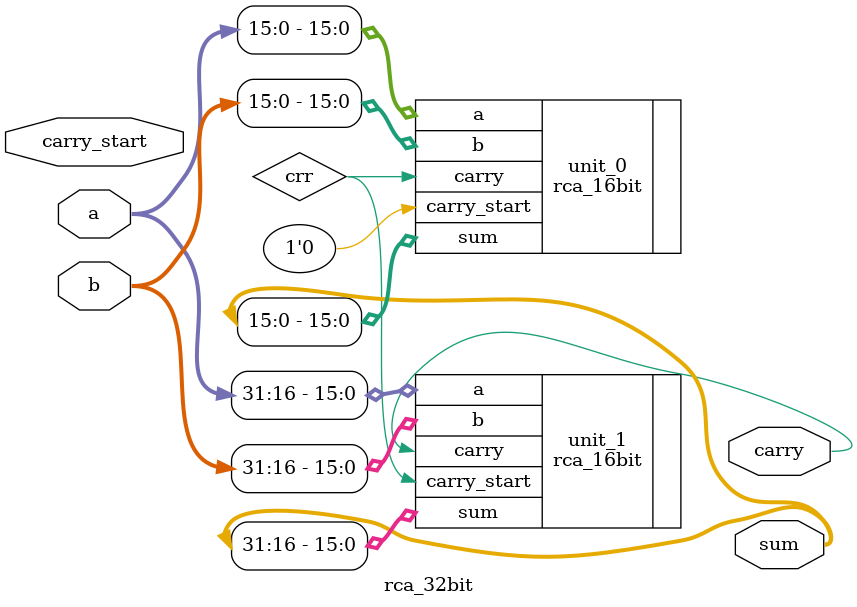
<source format=v>
module rca_32bit(a, b, sum, carry_start, carry);
    input [31:0] a;
    input [31:0] b;
    input carry_start;
    output [31:0] sum;
    output carry;

    wire crr;

    rca_16bit unit_0(
        .a(a[15:0]),
        .b(b[15:0]),
        .sum(sum[15:0]),
        .carry_start(1'b0),
        .carry(crr)
    );

    rca_16bit unit_1(
        .a(a[31:16]),
        .b(b[31:16]),
        .sum(sum[31:16]),
        .carry_start(crr),
        .carry(carry)
    );
endmodule
</source>
